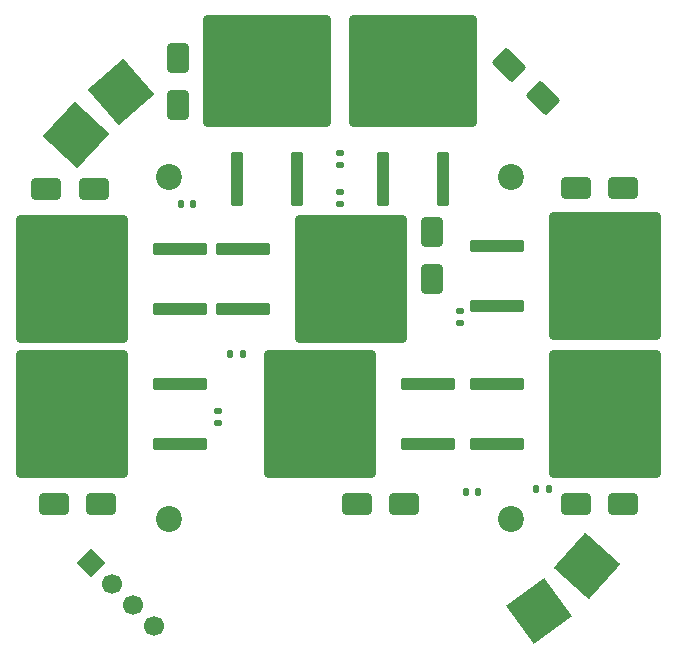
<source format=gbr>
%TF.GenerationSoftware,KiCad,Pcbnew,8.0.1*%
%TF.CreationDate,2024-09-20T18:09:38-07:00*%
%TF.ProjectId,motor_control_design,6d6f746f-725f-4636-9f6e-74726f6c5f64,rev?*%
%TF.SameCoordinates,Original*%
%TF.FileFunction,Soldermask,Bot*%
%TF.FilePolarity,Negative*%
%FSLAX46Y46*%
G04 Gerber Fmt 4.6, Leading zero omitted, Abs format (unit mm)*
G04 Created by KiCad (PCBNEW 8.0.1) date 2024-09-20 18:09:38*
%MOMM*%
%LPD*%
G01*
G04 APERTURE LIST*
G04 Aperture macros list*
%AMRoundRect*
0 Rectangle with rounded corners*
0 $1 Rounding radius*
0 $2 $3 $4 $5 $6 $7 $8 $9 X,Y pos of 4 corners*
0 Add a 4 corners polygon primitive as box body*
4,1,4,$2,$3,$4,$5,$6,$7,$8,$9,$2,$3,0*
0 Add four circle primitives for the rounded corners*
1,1,$1+$1,$2,$3*
1,1,$1+$1,$4,$5*
1,1,$1+$1,$6,$7*
1,1,$1+$1,$8,$9*
0 Add four rect primitives between the rounded corners*
20,1,$1+$1,$2,$3,$4,$5,0*
20,1,$1+$1,$4,$5,$6,$7,0*
20,1,$1+$1,$6,$7,$8,$9,0*
20,1,$1+$1,$8,$9,$2,$3,0*%
%AMHorizOval*
0 Thick line with rounded ends*
0 $1 width*
0 $2 $3 position (X,Y) of the first rounded end (center of the circle)*
0 $4 $5 position (X,Y) of the second rounded end (center of the circle)*
0 Add line between two ends*
20,1,$1,$2,$3,$4,$5,0*
0 Add two circle primitives to create the rounded ends*
1,1,$1,$2,$3*
1,1,$1,$4,$5*%
%AMRotRect*
0 Rectangle, with rotation*
0 The origin of the aperture is its center*
0 $1 length*
0 $2 width*
0 $3 Rotation angle, in degrees counterclockwise*
0 Add horizontal line*
21,1,$1,$2,0,0,$3*%
G04 Aperture macros list end*
%ADD10RotRect,4.000000X4.000000X227.000000*%
%ADD11C,2.200000*%
%ADD12RotRect,1.700000X1.700000X45.000000*%
%ADD13HorizOval,1.700000X0.000000X0.000000X0.000000X0.000000X0*%
%ADD14RotRect,4.000000X4.000000X131.000000*%
%ADD15RotRect,4.000000X4.000000X138.000000*%
%ADD16RotRect,4.000000X4.000000X36.000000*%
%ADD17RoundRect,0.135000X-0.185000X0.135000X-0.185000X-0.135000X0.185000X-0.135000X0.185000X0.135000X0*%
%ADD18RoundRect,0.250000X0.300000X-2.050000X0.300000X2.050000X-0.300000X2.050000X-0.300000X-2.050000X0*%
%ADD19RoundRect,0.250002X5.149998X-4.449998X5.149998X4.449998X-5.149998X4.449998X-5.149998X-4.449998X0*%
%ADD20RoundRect,0.250000X1.000000X0.650000X-1.000000X0.650000X-1.000000X-0.650000X1.000000X-0.650000X0*%
%ADD21RoundRect,0.250000X-1.000000X-0.650000X1.000000X-0.650000X1.000000X0.650000X-1.000000X0.650000X0*%
%ADD22RoundRect,0.250000X0.650000X-1.000000X0.650000X1.000000X-0.650000X1.000000X-0.650000X-1.000000X0*%
%ADD23RoundRect,0.135000X-0.135000X-0.185000X0.135000X-0.185000X0.135000X0.185000X-0.135000X0.185000X0*%
%ADD24RoundRect,0.250000X-2.050000X-0.300000X2.050000X-0.300000X2.050000X0.300000X-2.050000X0.300000X0*%
%ADD25RoundRect,0.250002X-4.449998X-5.149998X4.449998X-5.149998X4.449998X5.149998X-4.449998X5.149998X0*%
%ADD26RoundRect,0.135000X0.185000X-0.135000X0.185000X0.135000X-0.185000X0.135000X-0.185000X-0.135000X0*%
%ADD27RoundRect,0.250000X2.050000X0.300000X-2.050000X0.300000X-2.050000X-0.300000X2.050000X-0.300000X0*%
%ADD28RoundRect,0.250002X4.449998X5.149998X-4.449998X5.149998X-4.449998X-5.149998X4.449998X-5.149998X0*%
%ADD29RoundRect,0.250000X-0.650000X1.000000X-0.650000X-1.000000X0.650000X-1.000000X0.650000X1.000000X0*%
%ADD30RoundRect,0.135000X0.135000X0.185000X-0.135000X0.185000X-0.135000X-0.185000X0.135000X-0.185000X0*%
%ADD31RoundRect,0.250000X1.166726X-0.247487X-0.247487X1.166726X-1.166726X0.247487X0.247487X-1.166726X0*%
G04 APERTURE END LIST*
D10*
%TO.C,J4*%
X127000000Y-71120000D03*
%TD*%
D11*
%TO.C,*%
X134886970Y-74653262D03*
%TD*%
%TO.C,*%
X134836970Y-103603262D03*
%TD*%
%TO.C,*%
X163836970Y-74603262D03*
%TD*%
D12*
%TO.C,J2*%
X128251949Y-107296949D03*
D13*
X130048000Y-109093000D03*
X131844051Y-110889051D03*
X133640103Y-112685103D03*
%TD*%
D14*
%TO.C,J3*%
X130810000Y-67437000D03*
%TD*%
D11*
%TO.C,*%
X163836970Y-103603262D03*
%TD*%
D15*
%TO.C,J10*%
X170307000Y-107569000D03*
%TD*%
D16*
%TO.C,J9*%
X166243000Y-111379000D03*
%TD*%
D17*
%TO.C,R20*%
X149352000Y-72640002D03*
X149352000Y-73660000D03*
%TD*%
D18*
%TO.C,Q14*%
X158115000Y-74803000D03*
D19*
X155575000Y-65653000D03*
D18*
X153035000Y-74803000D03*
%TD*%
D20*
%TO.C,D4*%
X124492000Y-75692000D03*
X128492000Y-75692000D03*
%TD*%
D21*
%TO.C,D5*%
X129145001Y-102362000D03*
X125144999Y-102362000D03*
%TD*%
%TO.C,D8*%
X173355000Y-75565000D03*
X169354998Y-75565000D03*
%TD*%
D17*
%TO.C,R18*%
X159512000Y-85977001D03*
X159512000Y-86996999D03*
%TD*%
D22*
%TO.C,D7*%
X135636000Y-64547999D03*
X135636000Y-68548001D03*
%TD*%
D23*
%TO.C,R13*%
X135890000Y-76962000D03*
X136909998Y-76962000D03*
%TD*%
D24*
%TO.C,Q6*%
X162657000Y-85579000D03*
D25*
X171807000Y-83039000D03*
D24*
X162657000Y-80499000D03*
%TD*%
D21*
%TO.C,D12*%
X154813000Y-102362000D03*
X150812998Y-102362000D03*
%TD*%
D26*
%TO.C,R14*%
X149352000Y-76963999D03*
X149352000Y-75944001D03*
%TD*%
D27*
%TO.C,Q2*%
X135781000Y-80772000D03*
D28*
X126631000Y-83312000D03*
D27*
X135781000Y-85852000D03*
%TD*%
D20*
%TO.C,D9*%
X169355000Y-102362000D03*
X173355000Y-102362000D03*
%TD*%
D27*
%TO.C,Q9*%
X135786999Y-92201998D03*
D28*
X126637000Y-94742000D03*
D27*
X135787002Y-97281998D03*
%TD*%
D17*
%TO.C,R16*%
X139065000Y-94488000D03*
X139065000Y-95507998D03*
%TD*%
D29*
%TO.C,D6*%
X157117000Y-83280001D03*
X157117000Y-79279999D03*
%TD*%
D23*
%TO.C,R19*%
X165987001Y-101092000D03*
X167006999Y-101092000D03*
%TD*%
D24*
%TO.C,Q7*%
X162657000Y-97263000D03*
D25*
X171807000Y-94723000D03*
D24*
X162657000Y-92183000D03*
%TD*%
%TO.C,Q3*%
X141115000Y-85852000D03*
D25*
X150265000Y-83312000D03*
D24*
X141115000Y-80772000D03*
%TD*%
D27*
%TO.C,Q15*%
X156778000Y-92202000D03*
D28*
X147628000Y-94742000D03*
D27*
X156778000Y-97282000D03*
%TD*%
D30*
%TO.C,R23*%
X161037999Y-101346000D03*
X160018001Y-101346000D03*
%TD*%
D31*
%TO.C,D10*%
X163685786Y-65133786D03*
X166514214Y-67962214D03*
%TD*%
D18*
%TO.C,Q1*%
X145688000Y-74821000D03*
D19*
X143148000Y-65671000D03*
D18*
X140608000Y-74821000D03*
%TD*%
D30*
%TO.C,R15*%
X141099000Y-89662000D03*
X140079000Y-89662000D03*
%TD*%
M02*

</source>
